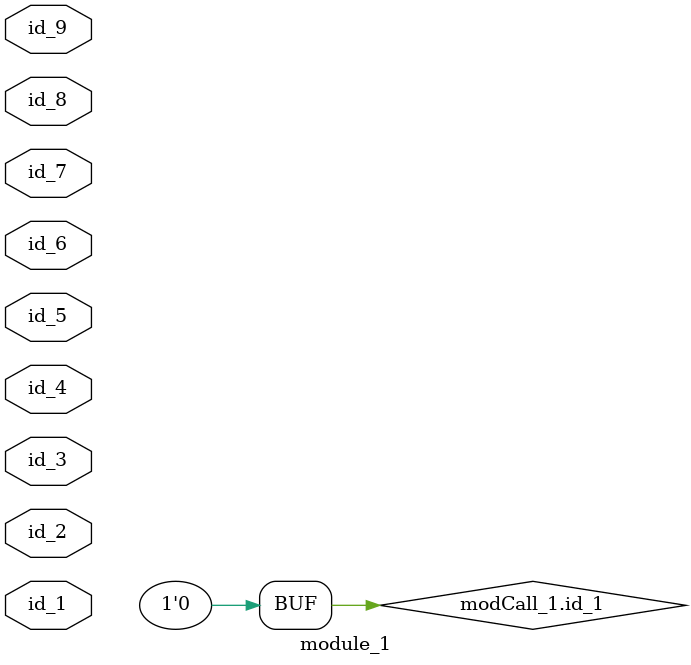
<source format=v>
module module_0;
  assign id_1 = id_1;
  assign id_2 = 1'b0 == ~{id_2, id_1} - 1;
endmodule
module module_1 (
    id_1,
    id_2,
    id_3,
    id_4,
    id_5,
    id_6,
    id_7,
    id_8,
    id_9
);
  input wire id_9;
  inout wire id_8;
  input wire id_7;
  inout wire id_6;
  input wire id_5;
  input wire id_4;
  inout wire id_3;
  input wire id_2;
  inout wire id_1;
  wire id_10;
  module_0 modCall_1 ();
  assign modCall_1.id_1 = 0;
endmodule

</source>
